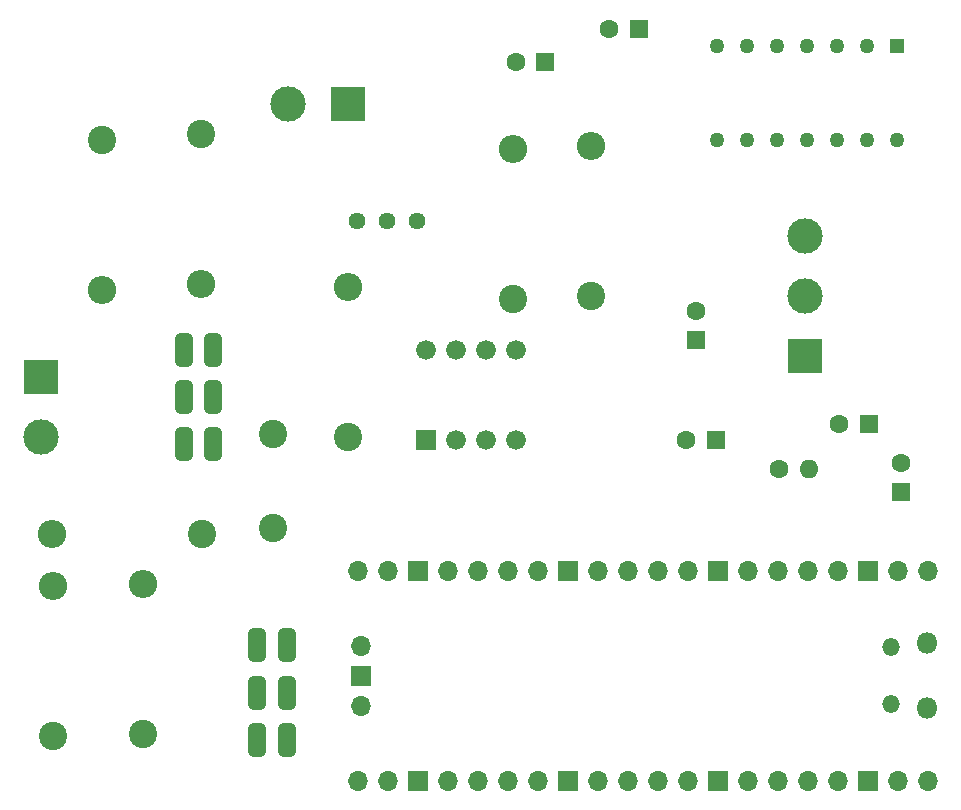
<source format=gbr>
%TF.GenerationSoftware,KiCad,Pcbnew,7.0.6*%
%TF.CreationDate,2023-07-14T20:33:36-05:00*%
%TF.ProjectId,RTD,5254442e-6b69-4636-9164-5f7063625858,rev?*%
%TF.SameCoordinates,Original*%
%TF.FileFunction,Soldermask,Top*%
%TF.FilePolarity,Negative*%
%FSLAX46Y46*%
G04 Gerber Fmt 4.6, Leading zero omitted, Abs format (unit mm)*
G04 Created by KiCad (PCBNEW 7.0.6) date 2023-07-14 20:33:36*
%MOMM*%
%LPD*%
G01*
G04 APERTURE LIST*
G04 Aperture macros list*
%AMRoundRect*
0 Rectangle with rounded corners*
0 $1 Rounding radius*
0 $2 $3 $4 $5 $6 $7 $8 $9 X,Y pos of 4 corners*
0 Add a 4 corners polygon primitive as box body*
4,1,4,$2,$3,$4,$5,$6,$7,$8,$9,$2,$3,0*
0 Add four circle primitives for the rounded corners*
1,1,$1+$1,$2,$3*
1,1,$1+$1,$4,$5*
1,1,$1+$1,$6,$7*
1,1,$1+$1,$8,$9*
0 Add four rect primitives between the rounded corners*
20,1,$1+$1,$2,$3,$4,$5,0*
20,1,$1+$1,$4,$5,$6,$7,0*
20,1,$1+$1,$6,$7,$8,$9,0*
20,1,$1+$1,$8,$9,$2,$3,0*%
G04 Aperture macros list end*
%ADD10C,2.400000*%
%ADD11O,2.400000X2.400000*%
%ADD12R,3.000000X3.000000*%
%ADD13C,3.000000*%
%ADD14R,1.676400X1.676400*%
%ADD15C,1.676400*%
%ADD16R,1.600000X1.600000*%
%ADD17C,1.600000*%
%ADD18RoundRect,0.375000X0.375000X-1.025000X0.375000X1.025000X-0.375000X1.025000X-0.375000X-1.025000X0*%
%ADD19RoundRect,0.375000X-0.375000X1.025000X-0.375000X-1.025000X0.375000X-1.025000X0.375000X1.025000X0*%
%ADD20O,1.600000X1.600000*%
%ADD21C,1.440000*%
%ADD22R,1.170000X1.170000*%
%ADD23C,1.270000*%
%ADD24O,1.800000X1.800000*%
%ADD25O,1.500000X1.500000*%
%ADD26O,1.700000X1.700000*%
%ADD27R,1.700000X1.700000*%
G04 APERTURE END LIST*
D10*
%TO.C,R9*%
X100000000Y-112180000D03*
D11*
X100000000Y-99480000D03*
%TD*%
D12*
%TO.C,J3*%
X124968000Y-58674000D03*
D13*
X119888000Y-58674000D03*
%TD*%
D12*
%TO.C,J2*%
X163690000Y-79990000D03*
D13*
X163690000Y-74910000D03*
X163690000Y-69830000D03*
%TD*%
D14*
%TO.C,U1*%
X131572000Y-87122000D03*
D15*
X134112000Y-87122000D03*
X136652000Y-87122000D03*
X139192000Y-87122000D03*
X139192000Y-79502000D03*
X136652000Y-79502000D03*
X134112000Y-79502000D03*
X131572000Y-79502000D03*
%TD*%
D16*
%TO.C,C6*%
X156145113Y-87122000D03*
D17*
X153645113Y-87122000D03*
%TD*%
D10*
%TO.C,R2*%
X112522000Y-61214000D03*
D11*
X112522000Y-73914000D03*
%TD*%
D10*
%TO.C,R7*%
X107650000Y-112030000D03*
D11*
X107650000Y-99330000D03*
%TD*%
D12*
%TO.C,J1*%
X98982050Y-81812000D03*
D13*
X98982050Y-86892000D03*
%TD*%
D10*
%TO.C,R3*%
X124968000Y-86868000D03*
D11*
X124968000Y-74168000D03*
%TD*%
D18*
%TO.C,SW1*%
X113582050Y-79502000D03*
X113582050Y-83502000D03*
D19*
X113582050Y-87502000D03*
D18*
X111082050Y-79502000D03*
X111082050Y-83502000D03*
X111082050Y-87502000D03*
%TD*%
D17*
%TO.C,R8*%
X161500000Y-89550000D03*
D20*
X164040000Y-89550000D03*
%TD*%
D16*
%TO.C,C2*%
X169080000Y-85730000D03*
D17*
X166580000Y-85730000D03*
%TD*%
D16*
%TO.C,C1*%
X149606000Y-52324000D03*
D17*
X147106000Y-52324000D03*
%TD*%
D21*
%TO.C,RV1*%
X125730000Y-68580000D03*
X128270000Y-68580000D03*
X130810000Y-68580000D03*
%TD*%
D10*
%TO.C,R6*%
X112680000Y-95090000D03*
D11*
X99980000Y-95090000D03*
%TD*%
D16*
%TO.C,C3*%
X141692000Y-55118000D03*
D17*
X139192000Y-55118000D03*
%TD*%
D16*
%TO.C,C4*%
X154432000Y-78700000D03*
D17*
X154432000Y-76200000D03*
%TD*%
D10*
%TO.C,R4*%
X145542000Y-74930000D03*
D11*
X145542000Y-62230000D03*
%TD*%
D22*
%TO.C,U2*%
X171460000Y-53802500D03*
D23*
X168920000Y-53802500D03*
X166380000Y-53802500D03*
X163840000Y-53802500D03*
X161300000Y-53802500D03*
X158760000Y-53802500D03*
X156220000Y-53802500D03*
X156220000Y-61742500D03*
X158760000Y-61742500D03*
X161300000Y-61742500D03*
X163840000Y-61742500D03*
X166380000Y-61742500D03*
X168920000Y-61742500D03*
X171460000Y-61742500D03*
%TD*%
D10*
%TO.C,R5*%
X138938000Y-75184000D03*
D11*
X138938000Y-62484000D03*
%TD*%
D10*
%TO.C,JP1*%
X118618000Y-86614000D03*
X118618000Y-94614000D03*
%TD*%
D18*
%TO.C,SW2*%
X117330000Y-112520000D03*
X117330000Y-108520000D03*
X117330000Y-104520000D03*
D19*
X119830000Y-112520000D03*
D18*
X119830000Y-108520000D03*
X119830000Y-104520000D03*
%TD*%
D10*
%TO.C,R1*%
X104140000Y-61722000D03*
D11*
X104140000Y-74422000D03*
%TD*%
D16*
%TO.C,C5*%
X171820000Y-91550000D03*
D17*
X171820000Y-89050000D03*
%TD*%
D24*
%TO.C,U3*%
X173990000Y-109805000D03*
D25*
X170960000Y-109505000D03*
X170960000Y-104655000D03*
D24*
X173990000Y-104355000D03*
D26*
X174120000Y-115970000D03*
X171580000Y-115970000D03*
D27*
X169040000Y-115970000D03*
D26*
X166500000Y-115970000D03*
X163960000Y-115970000D03*
X161420000Y-115970000D03*
X158880000Y-115970000D03*
D27*
X156340000Y-115970000D03*
D26*
X153800000Y-115970000D03*
X151260000Y-115970000D03*
X148720000Y-115970000D03*
X146180000Y-115970000D03*
D27*
X143640000Y-115970000D03*
D26*
X141100000Y-115970000D03*
X138560000Y-115970000D03*
X136020000Y-115970000D03*
X133480000Y-115970000D03*
D27*
X130940000Y-115970000D03*
D26*
X128400000Y-115970000D03*
X125860000Y-115970000D03*
X125860000Y-98190000D03*
X128400000Y-98190000D03*
D27*
X130940000Y-98190000D03*
D26*
X133480000Y-98190000D03*
X136020000Y-98190000D03*
X138560000Y-98190000D03*
X141100000Y-98190000D03*
D27*
X143640000Y-98190000D03*
D26*
X146180000Y-98190000D03*
X148720000Y-98190000D03*
X151260000Y-98190000D03*
X153800000Y-98190000D03*
D27*
X156340000Y-98190000D03*
D26*
X158880000Y-98190000D03*
X161420000Y-98190000D03*
X163960000Y-98190000D03*
X166500000Y-98190000D03*
D27*
X169040000Y-98190000D03*
D26*
X171580000Y-98190000D03*
X174120000Y-98190000D03*
X126090000Y-109620000D03*
D27*
X126090000Y-107080000D03*
D26*
X126090000Y-104540000D03*
%TD*%
M02*

</source>
